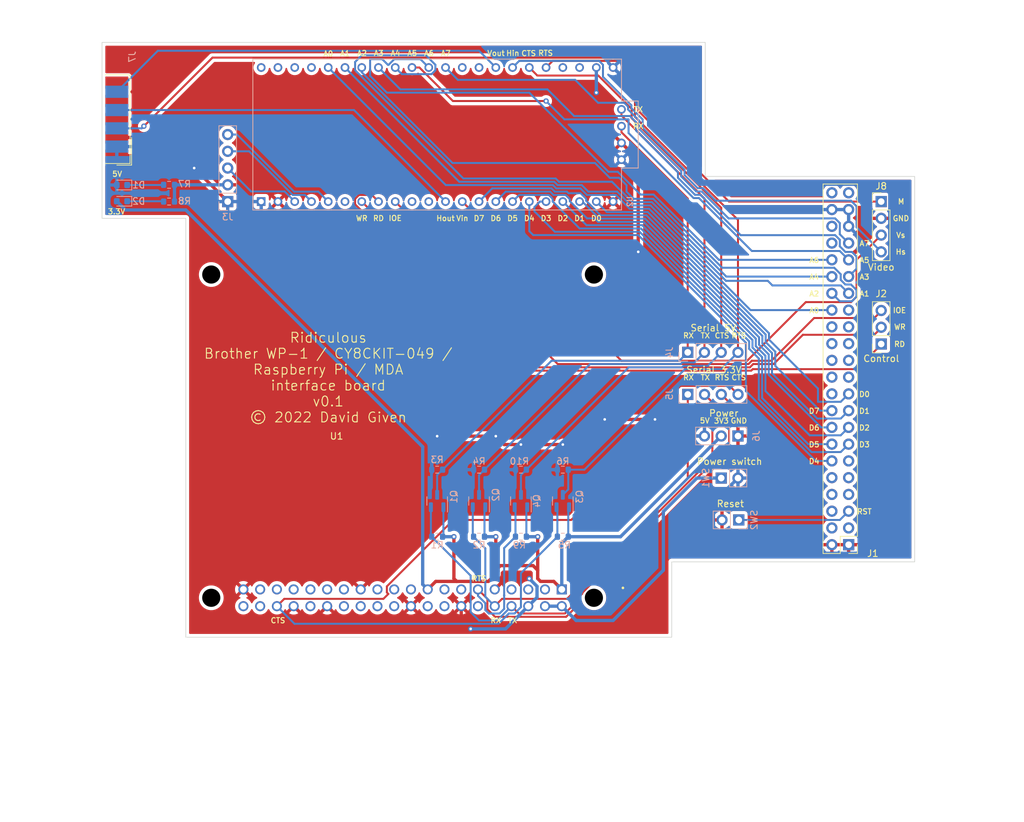
<source format=kicad_pcb>
(kicad_pcb (version 20211014) (generator pcbnew)
  (layers (0 "F.Cu" signal) (31 "B.Cu" signal) (34 "B.Paste" user) (35 "F.Paste" user) (36 "B.SilkS" user "B.Silkscreen") (37 "F.SilkS" user "F.Silkscreen") (38 "B.Mask" user) (39 "F.Mask" user) (44 "Edge.Cuts" user))
  (net 0 "")
  (net 20 "/Vin")
  (net 25 "/Hin")
  (net 26 "/Vout")
  (net 37 "Net-(J3-Pad3)")
  (net 38 "Net-(J3-Pad4)")
  (net 39 "Net-(J3-Pad5)")
  (net 40 "/TXlo")
  (net 41 "/RXhi")
  (net 42 "/RXlo")
  (net 43 "/TXhi")
  (net 46 "GND")
  (net 47 "+5V")
  (net 70 "/d4")
  (net 71 "/d3")
  (net 72 "/d5")
  (net 73 "/d2")
  (net 74 "/d6")
  (net 75 "/d1")
  (net 76 "/d7")
  (net 77 "/d0")
  (net 78 "/{slash}RD")
  (net 79 "/{slash}WR")
  (net 80 "/{slash}IOE")
  (net 81 "/a0")
  (net 82 "/a1")
  (net 83 "/a2")
  (net 84 "/a3")
  (net 85 "/a4")
  (net 86 "/a5")
  (net 87 "/a6")
  (net 88 "/a7")
  (net 89 "/{slash}RST")
  (net 90 "+3V3")
  (net 91 "/RpiPower")
  (net 95 "/M")
  (net 96 "/Hout")
  (net 97 "/RTSlo")
  (net 98 "/CTShi")
  (net 99 "Net-(D1-Pad1)")
  (net 100 "Net-(D2-Pad1)")
  (net 101 "/CTSlo")
  (net 102 "Net-(J4-Pad4)")
  (footprint "Connector_PinHeader_2.54mm:PinHeader_2x22_P2.54mm_Vertical" (layer "F.Cu") (at 179.213602 107.890868 180)
    (fp_text reference "J1")
    (fp_text value "Motherboard")
  )
  (footprint "Connector_PinSocket_2.54mm:PinSocket_1x03_P2.54mm_Vertical" (layer "F.Cu") (at 184.15 77.47 180)
    (fp_text reference "J2")
    (fp_text value "Control")
  )
  (footprint "Connector_Dsub:DSUB-9_Female_EdgeMount_P2.77mm" (layer "F.Cu") (at 68.284609 43.392215 -90)
    (fp_text reference "J7")
    (fp_text value "DB9_Female")
  )
  (footprint "Connector_PinHeader_2.54mm:PinHeader_1x04_P2.54mm_Vertical" (layer "F.Cu") (at 184.15 55.88)
    (fp_text reference "J8")
    (fp_text value "Video")
  )
  (footprint "brotheradapter:MODULE_RASPBERRY_PI_3_MODEL_B+" (layer "F.Cu") (at 101.6 91.44 180)
    (fp_text reference "U1")
    (fp_text value "RASPBERRY_PI_3_MODEL_B+")
  )
  (footprint "Package_TO_SOT_SMD:SOT-23" (layer "B.Cu") (at 135.89 101.2675 90)
    (fp_text reference "Q3")
    (fp_text value "2N7002E")
  )
  (footprint "Connector_PinSocket_2.54mm:PinSocket_1x04_P2.54mm_Vertical" (layer "B.Cu") (at 154.82 78.74 -90)
    (fp_text reference "J4")
    (fp_text value "Serial 5V")
  )
  (footprint "Resistor_SMD:R_0603_1608Metric" (layer "B.Cu") (at 135.89 96.52)
    (fp_text reference "R6")
    (fp_text value "4K7")
  )
  (footprint "Resistor_SMD:R_0603_1608Metric" (layer "B.Cu") (at 116.84 96.52)
    (fp_text reference "R3")
    (fp_text value "4K7")
  )
  (footprint "Resistor_SMD:R_0603_1608Metric" (layer "B.Cu") (at 116.84 106.68 180)
    (fp_text reference "R1")
    (fp_text value "4K7")
  )
  (footprint "Resistor_SMD:R_0603_1608Metric" (layer "B.Cu") (at 76.2 53.34)
    (fp_text reference "R7")
    (fp_text value "550R")
  )
  (footprint "LED_SMD:LED_0603_1608Metric" (layer "B.Cu") (at 69.0625 53.37 180)
    (fp_text reference "D1")
    (fp_text value "LED")
  )
  (footprint "Connector_PinSocket_2.54mm:PinSocket_1x03_P2.54mm_Vertical" (layer "B.Cu") (at 162.44 91.415 90)
    (fp_text reference "J6")
    (fp_text value "Power")
  )
  (footprint "Resistor_SMD:R_0603_1608Metric" (layer "B.Cu") (at 135.89 106.68 180)
    (fp_text reference "R5")
    (fp_text value "4K7")
  )
  (footprint "LED_SMD:LED_0603_1608Metric" (layer "B.Cu") (at 69.0625 55.83 180)
    (fp_text reference "D2")
    (fp_text value "LED")
  )
  (footprint "Resistor_SMD:R_0603_1608Metric" (layer "B.Cu") (at 76.2 55.88 180)
    (fp_text reference "R8")
    (fp_text value "220R")
  )
  (footprint "Connector_PinHeader_2.54mm:PinHeader_1x05_P2.54mm_Vertical" (layer "B.Cu") (at 85.09 55.88)
    (fp_text reference "J3")
    (fp_text value "Debug")
  )
  (footprint "Resistor_SMD:R_0603_1608Metric" (layer "B.Cu") (at 129.54 106.68 180)
    (fp_text reference "R9")
    (fp_text value "4K7")
  )
  (footprint "Resistor_SMD:R_0603_1608Metric" (layer "B.Cu") (at 129.54 96.52)
    (fp_text reference "R10")
    (fp_text value "4K7")
  )
  (footprint "Connector_PinSocket_2.54mm:PinSocket_1x04_P2.54mm_Vertical" (layer "B.Cu") (at 154.83 85.115 -90)
    (fp_text reference "J5")
    (fp_text value "Serial 3.3V")
  )
  (footprint "Package_TO_SOT_SMD:SOT-23" (layer "B.Cu") (at 116.84 101.2675 90)
    (fp_text reference "Q1")
    (fp_text value "2N7002E")
  )
  (footprint "brotheradapter:CY8CKIT-049-42XX" (layer "B.Cu") (at 123.19 45.72 90)
    (fp_text reference "U2")
    (fp_text value "CY8CKIT-049-42XX")
  )
  (footprint "Package_TO_SOT_SMD:SOT-23" (layer "B.Cu") (at 129.54 101.2675 90)
    (fp_text reference "Q4")
    (fp_text value "2N7002E")
  )
  (footprint "Package_TO_SOT_SMD:SOT-23" (layer "B.Cu") (at 123.19 101.2675 90)
    (fp_text reference "Q2")
    (fp_text value "2N7002E")
  )
  (footprint "Connector_PinHeader_2.54mm:PinHeader_1x02_P2.54mm_Vertical" (layer "B.Cu") (at 162.56 104.14 90)
    (fp_text reference "SW2")
    (fp_text value "Reset")
  )
  (footprint "Resistor_SMD:R_0603_1608Metric" (layer "B.Cu") (at 123.19 96.52)
    (fp_text reference "R4")
    (fp_text value "4K7")
  )
  (footprint "Connector_PinHeader_2.54mm:PinHeader_1x02_P2.54mm_Vertical" (layer "B.Cu") (at 159.9 97.79 -90)
    (fp_text reference "SW1")
    (fp_text value "Power switch")
  )
  (footprint "Resistor_SMD:R_0603_1608Metric" (layer "B.Cu") (at 123.19 106.68 180)
    (fp_text reference "R2")
    (fp_text value "4K7")
  )
  (gr_poly (pts (xy 157.48 52.07) (xy 189.23 52.07) (xy 189.23 110.49) (xy 152.4 110.49) (xy 152.4 121.92) (xy 78.74 121.92) (xy 78.74 58.42) (xy 66.04 58.42) (xy 66.04 31.75) (xy 157.48 31.75)) (layer "Edge.Cuts") (width 0.1) (fill none))
  (gr_text "RX" (at 125.73 119.38) (layer "F.SilkS") (effects (font (size 0.8 0.8))))
  (gr_text "D5" (at 128.27 58.42) (layer "F.SilkS") (effects (font (size 0.8 0.8))))
  (gr_text "5V" (at 68.339699 51.700886) (layer "F.SilkS") (effects (font (size 0.8 0.8))))
  (gr_text "IOE\n" (at 110.483091 58.402674) (layer "F.SilkS") (effects (font (size 0.8 0.8))))
  (gr_text "A7" (at 118.145023 33.396893) (layer "F.SilkS") (effects (font (size 0.8 0.8))))
  (gr_text "CTS" (at 160.02 76.2) (layer "F.SilkS") (effects (font (size 0.8 0.8))))
  (gr_text "A0" (at 173.99 72.39) (layer "F.SilkS") (effects (font (size 0.8 0.8))))
  (gr_text "TX" (at 147.32 41.91) (layer "F.SilkS") (effects (font (size 0.8 0.8))))
  (gr_text "D3" (at 133.35 58.42) (layer "F.SilkS") (effects (font (size 0.8 0.8))))
  (gr_text "D5" (at 173.99 92.71) (layer "F.SilkS") (effects (font (size 0.8 0.8))))
  (gr_text "RX" (at 154.94 82.55) (layer "F.SilkS") (effects (font (size 0.8 0.8))))
  (gr_text "TX" (at 128.27 119.38) (layer "F.SilkS") (effects (font (size 0.8 0.8))))
  (gr_text "3V3\n" (at 159.922711 89.118898) (layer "F.SilkS") (effects (font (size 0.8 0.8))))
  (gr_text "A4" (at 110.525023 33.396893) (layer "F.SilkS") (effects (font (size 0.8 0.8))))
  (gr_text "RD" (at 186.938085 77.497636) (layer "F.SilkS") (effects (font (size 0.8 0.8))))
  (gr_text "D4" (at 173.99 95.25) (layer "F.SilkS") (effects (font (size 0.8 0.8))))
  (gr_text "GND" (at 187.141695 58.431065) (layer "F.SilkS") (effects (font (size 0.8 0.8))))
  (gr_text "D1" (at 181.61 87.63) (layer "F.SilkS") (effects (font (size 0.8 0.8))))
  (gr_text "A5" (at 181.61 64.77) (layer "F.SilkS") (effects (font (size 0.8 0.8))))
  (gr_text "A2" (at 173.99 69.85) (layer "F.SilkS") (effects (font (size 0.8 0.8))))
  (gr_text "D3" (at 181.61 92.71) (layer "F.SilkS") (effects (font (size 0.8 0.8))))
  (gr_text "D7" (at 123.19 58.42) (layer "F.SilkS") (effects (font (size 0.8 0.8))))
  (gr_text "RX" (at 147.32 44.45) (layer "F.SilkS") (effects (font (size 0.8 0.8))))
  (gr_text "A1" (at 102.872727 33.428414) (layer "F.SilkS") (effects (font (size 0.8 0.8))))
  (gr_text "D0" (at 181.61 85.09) (layer "F.SilkS") (effects (font (size 0.8 0.8))))
  (gr_text "A6" (at 115.605023 33.396893) (layer "F.SilkS") (effects (font (size 0.8 0.8))))
  (gr_text "A0\n" (at 100.329999 33.470443) (layer "F.SilkS") (effects (font (size 0.8 0.8))))
  (gr_text "CTS" (at 130.713297 33.414405) (layer "F.SilkS") (effects (font (size 0.8 0.8))))
  (gr_text "A2\n" (at 105.445023 33.396893) (layer "F.SilkS") (effects (font (size 0.8 0.8))))
  (gr_text "D6" (at 125.73 58.42) (layer "F.SilkS") (effects (font (size 0.8 0.8))))
  (gr_text "RTS" (at 160.02 82.55) (layer "F.SilkS") (effects (font (size 0.8 0.8))))
  (gr_text "D0" (at 140.97 58.42) (layer "F.SilkS") (effects (font (size 0.8 0.8))))
  (gr_text "A6" (at 173.99 64.77) (layer "F.SilkS") (effects (font (size 0.8 0.8))))
  (gr_text "D2" (at 135.89 58.42) (layer "F.SilkS") (effects (font (size 0.8 0.8))))
  (gr_text "A4" (at 173.99 67.31) (layer "F.SilkS") (effects (font (size 0.8 0.8))))
  (gr_text "TX\n" (at 157.48 82.55) (layer "F.SilkS") (effects (font (size 0.8 0.8))))
  (gr_text "IOE" (at 186.923491 72.375406) (layer "F.SilkS") (effects (font (size 0.8 0.8))))
  (gr_text "D7" (at 173.99 87.63) (layer "F.SilkS") (effects (font (size 0.8 0.8))))
  (gr_text "CTS" (at 92.71 119.38) (layer "F.SilkS") (effects (font (size 0.8 0.8))))
  (gr_text "Vout" (at 125.765023 33.396893) (layer "F.SilkS") (effects (font (size 0.8 0.8))))
  (gr_text "D2" (at 181.61 90.17) (layer "F.SilkS") (effects (font (size 0.8 0.8))))
  (gr_text "D1" (at 138.43 58.42) (layer "F.SilkS") (effects (font (size 0.8 0.8))))
  (gr_text "GND" (at 162.573818 89.106737) (layer "F.SilkS") (effects (font (size 0.8 0.8))))
  (gr_text "TX\n" (at 157.48 76.2) (layer "F.SilkS") (effects (font (size 0.8 0.8))))
  (gr_text "A7" (at 181.61 62.23) (layer "F.SilkS") (effects (font (size 0.8 0.8))))
  (gr_text "D4" (at 130.81 58.42) (layer "F.SilkS") (effects (font (size 0.8 0.8))))
  (gr_text "Hout" (at 118.11 58.42) (layer "F.SilkS") (effects (font (size 0.8 0.8))))
  (gr_text "WR" (at 186.981864 74.885445) (layer "F.SilkS") (effects (font (size 0.8 0.8))))
  (gr_text "3.3V" (at 68.234628 57.395755) (layer "F.SilkS") (effects (font (size 0.8 0.8))))
  (gr_text "RTS" (at 133.279952 33.371012) (layer "F.SilkS") (effects (font (size 0.8 0.8))))
  (gr_text "Hin" (at 128.305023 33.396893) (layer "F.SilkS") (effects (font (size 0.8 0.8))))
  (gr_text "5V" (at 157.405376 89.094576) (layer "F.SilkS") (effects (font (size 0.8 0.8))))
  (gr_text "D6" (at 173.99 90.17) (layer "F.SilkS") (effects (font (size 0.8 0.8))))
  (gr_text "Ridiculous\nBrother WP-1 / CY8CKIT-049 /\nRaspberry Pi / MDA\ninterface board\nv0.1\n© 2022 David Given" (at 100.33 82.55) (layer "F.SilkS") (effects (font (size 1.5 1.5))))
  (gr_text "A3" (at 181.61 67.31) (layer "F.SilkS") (effects (font (size 0.8 0.8))))
  (gr_text "RX" (at 154.94 76.2) (layer "F.SilkS") (effects (font (size 0.8 0.8))))
  (gr_text "Hs" (at 187.116478 63.499709) (layer "F.SilkS") (effects (font (size 0.8 0.8))))
  (gr_text "Vin" (at 120.65 58.42) (layer "F.SilkS") (effects (font (size 0.8 0.8))))
  (gr_text "RST" (at 181.61 102.87) (layer "F.SilkS") (effects (font (size 0.8 0.8))))
  (gr_text "Vs" (at 187.116478 60.977996) (layer "F.SilkS") (effects (font (size 0.8 0.8))))
  (gr_text "RTS" (at 123.19 113.03) (layer "F.SilkS") (effects (font (size 0.8 0.8))))
  (gr_text "M" (at 187.166912 55.884135) (layer "F.SilkS") (effects (font (size 0.8 0.8))))
  (gr_text "WR" (at 105.41 58.42) (layer "F.SilkS") (effects (font (size 0.8 0.8))))
  (gr_text "RD" (at 107.95 58.42) (layer "F.SilkS") (effects (font (size 0.8 0.8))))
  (gr_text "CTS" (at 162.56 82.55) (layer "F.SilkS") (effects (font (size 0.8 0.8))))
  (gr_text "A3\n" (at 107.985023 33.396893) (layer "F.SilkS") (effects (font (size 0.8 0.8))))
  (gr_text "A5" (at 113.065023 33.396893) (layer "F.SilkS") (effects (font (size 0.8 0.8))))
  (gr_text "RTS\n" (at 162.56 76.2) (layer "F.SilkS") (effects (font (size 0.8 0.8))))
  (gr_text "A1" (at 181.61 69.85) (layer "F.SilkS") (effects (font (size 0.8 0.8))))
  (segment (start 180.413113 64.696887) (end 180.413113 70.287723) (width 0.3) (layer "F.Cu") (net 20))
  (segment (start 184.15 60.96) (end 180.413113 64.696887) (width 0.3) (layer "F.Cu") (net 20))
  (segment (start 163.83 80.01) (end 144.78 80.01) (width 0.3) (layer "F.Cu") (net 20))
  (segment (start 179.580836 71.12) (end 172.72 71.12) (width 0.3) (layer "F.Cu") (net 20))
  (segment (start 180.413113 70.287723) (end 179.580836 71.12) (width 0.3) (layer "F.Cu") (net 20))
  (segment (start 144.78 80.01) (end 120.65 55.88) (width 0.3) (layer "F.Cu") (net 20))
  (segment (start 172.72 71.12) (end 163.83 80.01) (width 0.3) (layer "F.Cu") (net 20))
  (segment (start 146.283031 41.287435) (end 141.973511 36.977915) (width 0.3) (layer "B.Cu") (net 25))
  (segment (start 157.143032 53.850868) (end 156.827893 53.850867) (width 0.3) (layer "B.Cu") (net 25))
  (segment (start 184.15 63.5) (end 180.413113 59.763113) (width 0.3) (layer "B.Cu") (net 25))
  (segment (start 141.973511 35.144331) (end 141.385669 34.556489) (width 0.3) (layer "B.Cu") (net 25))
  (segment (start 156.827893 53.850867) (end 156.331241 53.850867) (width 0.3) (layer "B.Cu") (net 25))
  (segment (start 154.340489 51.860115) (end 154.340489 51.048325) (width 0.3) (layer "B.Cu") (net 25))
  (segment (start 141.973511 36.977915) (end 141.973511 35.144331) (width 0.3) (layer "B.Cu") (net 25))
  (segment (start 154.340489 51.048325) (end 147.990498 44.698334) (width 0.3) (layer "B.Cu") (net 25))
  (segment (start 180.413113 59.763113) (end 180.413113 56.594013) (width 0.3) (layer "B.Cu") (net 25))
  (segment (start 156.331241 53.850867) (end 154.340489 51.860115) (width 0.3) (layer "B.Cu") (net 25))
  (segment (start 159.042543 55.750379) (end 157.143032 53.850868) (width 0.3) (layer "B.Cu") (net 25))
  (segment (start 147.990498 44.698334) (end 147.990498 43.428321) (width 0.3) (layer "B.Cu") (net 25))
  (segment (start 147.990498 43.428321) (end 146.283031 41.720854) (width 0.3) (layer "B.Cu") (net 25))
  (segment (start 146.283031 41.720854) (end 146.283031 41.287435) (width 0.3) (layer "B.Cu") (net 25))
  (segment (start 180.413113 56.594013) (end 179.569479 55.750379) (width 0.3) (layer "B.Cu") (net 25))
  (segment (start 179.569479 55.750379) (end 159.042543 55.750379) (width 0.3) (layer "B.Cu") (net 25))
  (segment (start 129.273511 34.556489) (end 128.27 35.56) (width 0.3) (layer "B.Cu") (net 25))
  (segment (start 141.385669 34.556489) (end 129.273511 34.556489) (width 0.3) (layer "B.Cu") (net 25))
  (segment (start 123.19 33.02) (end 125.73 35.56) (width 0.3) (layer "B.Cu") (net 26))
  (segment (start 74.501824 33.02) (end 123.19 33.02) (width 0.3) (layer "B.Cu") (net 26))
  (segment (start 68.284609 39.237215) (end 74.501824 33.02) (width 0.3) (layer "B.Cu") (net 26))
  (segment (start 93.709022 54.339022) (end 95.25 55.88) (width 0.3) (layer "B.Cu") (net 37))
  (segment (start 88.629022 54.339022) (end 93.709022 54.339022) (width 0.3) (layer "B.Cu") (net 37))
  (segment (start 85.09 50.8) (end 88.629022 54.339022) (width 0.3) (layer "B.Cu") (net 37))
  (segment (start 85.09 48.26) (end 88.336428 48.26) (width 0.3) (layer "B.Cu") (net 38))
  (segment (start 96.786489 54.876489) (end 97.79 55.88) (width 0.3) (layer "B.Cu") (net 38))
  (segment (start 94.952917 54.876489) (end 96.786489 54.876489) (width 0.3) (layer "B.Cu") (net 38))
  (segment (start 88.336428 48.26) (end 94.952917 54.876489) (width 0.3) (layer "B.Cu") (net 38))
  (segment (start 85.09 45.72) (end 86.502843 45.72) (width 0.3) (layer "B.Cu") (net 39))
  (segment (start 95.159821 54.376978) (end 98.826978 54.376978) (width 0.3) (layer "B.Cu") (net 39))
  (segment (start 86.502843 45.72) (end 95.159821 54.376978) (width 0.3) (layer "B.Cu") (net 39))
  (segment (start 98.826978 54.376978) (end 100.33 55.88) (width 0.3) (layer "B.Cu") (net 39))
  (segment (start 138.325968 114.998064) (end 138.325968 115.110448) (width 0.3) (layer "F.Cu") (net 40))
  (segment (start 158.559511 94.764521) (end 138.325968 114.998064) (width 0.3) (layer "F.Cu") (net 40))
  (segment (start 137.341022 117.170893) (end 136.190404 118.321511) (width 0.3) (layer "F.Cu") (net 40))
  (segment (start 129.221511 118.321511) (end 128.11 117.21) (width 0.3) (layer "F.Cu") (net 40))
  (segment (start 157.37 85.115) (end 158.559511 86.304511) (width 0.3) (layer "F.Cu") (net 40))
  (segment (start 158.559511 86.304511) (end 158.559511 94.764521) (width 0.3) (layer "F.Cu") (net 40))
  (segment (start 137.341022 116.095394) (end 137.341022 117.170893) (width 0.3) (layer "F.Cu") (net 40))
  (segment (start 138.325968 115.110448) (end 137.341022 116.095394) (width 0.3) (layer "F.Cu") (net 40))
  (segment (start 136.190404 118.321511) (end 129.221511 118.321511) (width 0.3) (layer "F.Cu") (net 40))
  (segment (start 121.918489 112.583489) (end 121.918489 118.108489) (width 0.3) (layer "B.Cu") (net 40))
  (segment (start 121.918489 118.108489) (end 123.19 119.38) (width 0.3) (layer "B.Cu") (net 40))
  (segment (start 125.94 119.38) (end 128.11 117.21) (width 0.3) (layer "B.Cu") (net 40))
  (segment (start 116.015 106.68) (end 121.918489 112.583489) (width 0.3) (layer "B.Cu") (net 40))
  (segment (start 123.19 119.38) (end 125.94 119.38) (width 0.3) (layer "B.Cu") (net 40))
  (segment (start 115.89 102.205) (end 115.89 106.555) (width 0.3) (layer "B.Cu") (net 40))
  (segment (start 144.78 44.45) (end 144.78 45.374895) (width 0.3) (layer "F.Cu") (net 41))
  (segment (start 144.78 45.374895) (end 154.82 55.414895) (width 0.3) (layer "F.Cu") (net 41))
  (segment (start 154.82 55.414895) (end 154.82 78.74) (width 0.3) (layer "F.Cu") (net 41))
  (segment (start 153.55 80.01) (end 134.175 80.01) (width 0.3) (layer "B.Cu") (net 41))
  (segment (start 116.84 97.345) (end 117.665 96.52) (width 0.3) (layer "B.Cu") (net 41))
  (segment (start 116.84 100.33) (end 116.84 97.345) (width 0.3) (layer "B.Cu") (net 41))
  (segment (start 154.82 78.74) (end 153.55 80.01) (width 0.3) (layer "B.Cu") (net 41))
  (segment (start 134.175 80.01) (end 117.665 96.52) (width 0.3) (layer "B.Cu") (net 41))
  (segment (start 126.681511 116.098489) (end 125.57 117.21) (width 0.3) (layer "F.Cu") (net 42))
  (segment (start 136.519128 116.098489) (end 126.681511 116.098489) (width 0.3) (layer "F.Cu") (net 42))
  (segment (start 154.83 97.787617) (end 136.519128 116.098489) (width 0.3) (layer "F.Cu") (net 42))
  (segment (start 154.83 85.115) (end 154.83 97.787617) (width 0.3) (layer "F.Cu") (net 42))
  (segment (start 122.24 102.205) (end 122.24 106.555) (width 0.3) (layer "B.Cu") (net 42))
  (segment (start 122.365 106.68) (end 124.141511 108.456511) (width 0.3) (layer "B.Cu") (net 42))
  (segment (start 124.141511 115.781511) (end 125.57 117.21) (width 0.3) (layer "B.Cu") (net 42))
  (segment (start 124.141511 108.456511) (end 124.141511 115.781511) (width 0.3) (layer "B.Cu") (net 42))
  (segment (start 144.78 41.91) (end 144.78 42.834895) (width 0.3) (layer "F.Cu") (net 43))
  (segment (start 144.78 42.834895) (end 157.36 55.414895) (width 0.3) (layer "F.Cu") (net 43))
  (segment (start 157.36 55.414895) (end 157.36 78.74) (width 0.3) (layer "F.Cu") (net 43))
  (segment (start 123.19 97.345) (end 124.015 96.52) (width 0.3) (layer "B.Cu") (net 43))
  (segment (start 124.015 96.52) (end 140.025489 80.509511) (width 0.3) (layer "B.Cu") (net 43))
  (segment (start 153.756905 80.509511) (end 153.985438 80.280978) (width 0.3) (layer "B.Cu") (net 43))
  (segment (start 155.819022 80.280978) (end 157.36 78.74) (width 0.3) (layer "B.Cu") (net 43))
  (segment (start 140.025489 80.509511) (end 153.756905 80.509511) (width 0.3) (layer "B.Cu") (net 43))
  (segment (start 153.985438 80.280978) (end 155.819022 80.280978) (width 0.3) (layer "B.Cu") (net 43))
  (segment (start 123.19 100.33) (end 123.19 97.345) (width 0.3) (layer "B.Cu") (net 43))
  (segment (start 120.49 119.75) (end 120.49 117.21) (width 0.5) (layer "F.Cu") (net 46))
  (segment (start 140.97 43.18) (end 144.78 46.99) (width 0.5) (layer "F.Cu") (net 46))
  (segment (start 127.21 113.03) (end 130.810002 113.03) (width 0.5) (layer "F.Cu") (net 46))
  (segment (start 140.97 39.37) (end 140.97 43.18) (width 0.5) (layer "F.Cu") (net 46))
  (segment (start 121.92 120.65) (end 121.39 120.65) (width 0.5) (layer "F.Cu") (net 46))
  (segment (start 121.39 120.65) (end 120.49 119.75) (width 0.5) (layer "F.Cu") (net 46))
  (segment (start 125.57 114.67) (end 127.21 113.03) (width 0.5) (layer "F.Cu") (net 46))
  (via (at 140.97 39.37) (size 0.8) (drill 0.4) (layers "F.Cu" "B.Cu") (net 46))
  (via (at 121.92 120.65) (size 0.8) (drill 0.4) (layers "F.Cu" "B.Cu") (net 46))
  (via (at 130.810002 113.03) (size 0.8) (drill 0.4) (layers "F.Cu" "B.Cu") (net 46))
  (segment (start 85.09 53.34) (end 77.025 53.34) (width 0.5) (layer "B.Cu") (net 46))
  (segment (start 140.97 35.56) (end 140.97 39.37) (width 0.5) (layer "B.Cu") (net 46))
  (segment (start 130.65 117.21) (end 131.978489 115.881511) (width 0.5) (layer "B.Cu") (net 46))
  (segment (start 127.21 120.65) (end 121.92 120.65) (width 0.5) (layer "B.Cu") (net 46))
  (segment (start 131.978489 114.198489) (end 130.81 113.03) (width 0.5) (layer "B.Cu") (net 46))
  (segment (start 130.65 117.21) (end 127.21 120.65) (width 0.5) (layer "B.Cu") (net 46))
  (segment (start 77.025 53.34) (end 77.025 55.88) (width 0.5) (layer "B.Cu") (net 46))
  (segment (start 131.978489 115.881511) (end 131.978489 114.198489) (width 0.5) (layer "B.Cu") (net 46))
  (segment (start 125.73 91.44) (end 127 92.71) (width 0.5) (layer "F.Cu") (net 47))
  (segment (start 144.78 49.53) (end 147.32 52.07) (width 0.5) (layer "F.Cu") (net 47))
  (segment (start 147.32 52.07) (end 147.32 63.5) (width 0.5) (layer "F.Cu") (net 47))
  (segment (start 142.24 88.9) (end 138.43 92.71) (width 0.5) (layer "F.Cu") (net 47))
  (segment (start 129.54 92.71) (end 135.890001 92.709999) (width 0.5) (layer "F.Cu") (net 47))
  (segment (start 85.09 55.88) (end 80.01 50.8) (width 0.5) (layer "F.Cu") (net 47))
  (segment (start 149.86 88.9) (end 142.24 88.9) (width 0.5) (layer "F.Cu") (net 47))
  (segment (start 127 92.71) (end 129.54 92.71) (width 0.5) (layer "F.Cu") (net 47))
  (segment (start 138.43 92.71) (end 135.89 92.71) (width 0.5) (layer "F.Cu") (net 47))
  (segment (start 116.84 91.44) (end 125.73 91.44) (width 0.5) (layer "F.Cu") (net 47))
  (via (at 129.54 92.71) (size 0.8) (drill 0.4) (layers "F.Cu" "B.Cu") (net 47))
  (via (at 116.84 91.44) (size 0.8) (drill 0.4) (layers "F.Cu" "B.Cu") (net 47))
  (via (at 142.24 88.9) (size 0.8) (drill 0.4) (layers "F.Cu" "B.Cu") (net 47))
  (via (at 149.86 88.9) (size 0.8) (drill 0.4) (layers "F.Cu" "B.Cu") (net 47))
  (via (at 125.73 91.44) (size 0.8) (drill 0.4) (layers "F.Cu" "B.Cu") (net 47))
  (via (at 135.890001 92.709999) (size 0.8) (drill 0.4) (layers "F.Cu" "B.Cu") (net 47))
  (via (at 80.01 50.8) (size 0.8) (drill 0.4) (layers "F.Cu" "B.Cu") (net 47))
  (via (at 147.32 63.5) (size 0.8) (drill 0.4) (layers "F.Cu" "B.Cu") (net 47))
  (segment (start 116.015 96.52) (end 116.015 92.265) (width 0.5) (layer "B.Cu") (net 47))
  (segment (start 181.61 108.093492) (end 180.513113 109.190379) (width 0.5) (layer "B.Cu") (net 47))
  (segment (start 181.61 70.984909) (end 181.61 108.093492) (width 0.5) (layer "B.Cu") (net 47))
  (segment (start 180.34 60.757266) (end 180.34 60.96) (width 0.5) (layer "B.Cu") (net 47))
  (segment (start 180.513113 109.190379) (end 162.530379 109.190379) (width 0.5) (layer "B.Cu") (net 47))
  (segment (start 128.715 93.535) (end 129.54 92.71) (width 0.5) (layer "B.Cu") (net 47))
  (segment (start 116.015 92.265) (end 116.84 91.44) (width 0.5) (layer "B.Cu") (net 47))
  (segment (start 162.530379 109.190379) (end 158.720489 105.380489) (width 0.5) (layer "B.Cu") (net 47))
  (segment (start 184.090868 53.251357) (end 185.449511 54.61) (width 0.5) (layer "B.Cu") (net 47))
  (segment (start 185.449511 54.61) (end 185.449511 64.038276) (width 0.5) (layer "B.Cu") (net 47))
  (segment (start 158.720489 101.509511) (end 162.44 97.79) (width 0.5) (layer "B.Cu") (net 47))
  (segment (start 135.065 96.52) (end 135.065 93.535) (width 0.5) (layer "B.Cu") (net 47))
  (segment (start 183.418276 66.069511) (end 182.850489 66.069511) (width 0.5) (layer "B.Cu") (net 47))
  (segment (start 122.365 94.805) (end 125.73 91.44) (width 0.5) (layer "B.Cu") (net 47))
  (segment (start 182.850489 63.470489) (end 182.850489 66.069511) (width 0.5) (layer "B.Cu") (net 47))
  (segment (start 156.579567 53.251357) (end 184.090868 53.251357) (width 0.5) (layer "B.Cu") (net 47))
  (segment (start 128.715 96.52) (end 128.715 93.535) (width 0.5) (layer "B.Cu") (net 47))
  (segment (start 157.36 91.415) (end 152.375 91.415) (width 0.5) (layer "B.Cu") (net 47))
  (segment (start 143.51 35.56) (end 154.94 46.99) (width 0.5) (layer "B.Cu") (net 47))
  (segment (start 182.850489 69.74442) (end 181.61 70.984909) (width 0.5) (layer "B.Cu") (net 47))
  (segment (start 154.94 51.61179) (end 156.579567 53.251357) (width 0.5) (layer "B.Cu") (net 47))
  (segment (start 158.720489 105.380489) (end 158.720489 101.509511) (width 0.5) (layer "B.Cu") (net 47))
  (segment (start 180.34 60.96) (end 182.850489 63.470489) (width 0.5) (layer "B.Cu") (net 47))
  (segment (start 182.850489 66.069511) (end 182.850489 69.74442) (width 0.5) (layer "B.Cu") (net 47))
  (segment (start 154.94 46.99) (end 154.94 51.61179) (width 0.5) (layer "B.Cu") (net 47))
  (segment (start 122.365 96.52) (end 122.365 94.805) (width 0.5) (layer "B.Cu") (net 47))
  (segment (start 179.213602 59.630868) (end 180.34 60.757266) (width 0.5) (layer "B.Cu") (net 47))
  (segment (start 152.375 91.415) (end 149.86 88.9) (width 0.5) (layer "B.Cu") (net 47))
  (segment (start 185.449511 64.038276) (end 183.418276 66.069511) (width 0.5) (layer "B.Cu") (net 47))
  (segment (start 135.065 93.535) (end 135.890001 92.709999) (width 0.5) (layer "B.Cu") (net 47))
  (segment (start 131.404032 60.96) (end 147.32 60.96) (width 0.3) (layer "B.Cu") (net 70))
  (segment (start 130.81 55.88) (end 130.81 60.365968) (width 0.3) (layer "B.Cu") (net 70))
  (segment (start 130.81 60.365968) (end 131.404032 60.96) (width 0.3) (layer "B.Cu") (net 70))
  (segment (start 163.639511 84.608146) (end 174.222234 95.190868) (width 0.3) (layer "B.Cu") (net 70))
  (segment (start 174.222234 95.190868) (end 176.673602 95.190868) (width 0.3) (layer "B.Cu") (net 70))
  (segment (start 163.639511 77.279511) (end 163.639511 84.608146) (width 0.3) (layer "B.Cu") (net 70))
  (segment (start 147.32 60.96) (end 163.639511 77.279511) (width 0.3) (layer "B.Cu") (net 70))
  (segment (start 131.580489 57.356904) (end 134.684074 60.460489) (width 0.3) (layer "B.Cu") (net 71))
  (segment (start 173.588161 93.850379) (end 178.014091 93.850379) (width 0.3) (layer "B.Cu") (net 71))
  (segment (start 178.014091 93.850379) (end 179.213602 92.650868) (width 0.3) (layer "B.Cu") (net 71))
  (segment (start 147.526905 60.460489) (end 164.139022 77.072607) (width 0.3) (layer "B.Cu") (net 71))
  (segment (start 165.599511 79.668008) (end 165.599511 85.86173) (width 0.3) (layer "B.Cu") (net 71))
  (segment (start 132.425105 55.88) (end 131.580489 56.724616) (width 0.3) (layer "B.Cu") (net 71))
  (segment (start 131.580489 56.724616) (end 131.580489 57.356904) (width 0.3) (layer "B.Cu") (net 71))
  (segment (start 134.684074 60.460489) (end 147.526905 60.460489) (width 0.3) (layer "B.Cu") (net 71))
  (segment (start 164.139022 78.207519) (end 165.599511 79.668008) (width 0.3) (layer "B.Cu") (net 71))
  (segment (start 133.35 55.88) (end 132.425105 55.88) (width 0.3) (layer "B.Cu") (net 71))
  (segment (start 165.599511 85.86173) (end 173.588161 93.850379) (width 0.3) (layer "B.Cu") (net 71))
  (segment (start 164.139022 77.072607) (end 164.139022 78.207519) (width 0.3) (layer "B.Cu") (net 71))
  (segment (start 166.099022 85.654825) (end 166.099022 79.461102) (width 0.3) (layer "B.Cu") (net 72))
  (segment (start 164.638533 76.865702) (end 147.733809 59.960978) (width 0.3) (layer "B.Cu") (net 72))
  (segment (start 147.733809 59.960978) (end 138.44 59.960978) (width 0.3) (layer "B.Cu") (net 72))
  (segment (start 138.44 59.960978) (end 134.353511 55.874489) (width 0.3) (layer "B.Cu") (net 72))
  (segment (start 164.638533 78.000613) (end 164.638533 76.865702) (width 0.3) (layer "B.Cu") (net 72))
  (segment (start 176.673602 92.650868) (end 173.095065 92.650868) (width 0.3) (layer "B.Cu") (net 72))
  (segment (start 173.095065 92.650868) (end 166.099022 85.654825) (width 0.3) (layer "B.Cu") (net 72))
  (segment (start 166.099022 79.461102) (end 164.638533 78.000613) (width 0.3) (layer "B.Cu") (net 72))
  (segment (start 133.765669 54.876489) (end 129.273511 54.876489) (width 0.3) (layer "B.Cu") (net 72))
  (segment (start 129.273511 54.876489) (end 128.27 55.88) (width 0.3) (layer "B.Cu") (net 72))
  (segment (start 134.353511 55.464331) (end 133.765669 54.876489) (width 0.3) (layer "B.Cu") (net 72))
  (segment (start 134.353511 55.874489) (end 134.353511 55.464331) (width 0.3) (layer "B.Cu") (net 72))
  (segment (start 166.598533 84.594899) (end 173.314013 91.310379) (width 0.3) (layer "B.Cu") (net 73))
  (segment (start 178.014091 91.310379) (end 179.213602 90.110868) (width 0.3) (layer "B.Cu") (net 73))
  (segment (start 166.598533 79.254198) (end 166.598533 84.594899) (width 0.3) (layer "B.Cu") (net 73))
  (segment (start 173.314013 91.310379) (end 178.014091 91.310379) (width 0.3) (layer "B.Cu") (net 73))
  (segment (start 135.89 55.88) (end 139.471467 59.461467) (width 0.3) (layer "B.Cu") (net 73))
  (segment (start 139.471467 59.461467) (end 147.940714 59.461467) (width 0.3) (layer "B.Cu") (net 73))
  (segment (start 165.138044 76.658798) (end 165.138044 77.793708) (width 0.3) (layer "B.Cu") (net 73))
  (segment (start 147.940714 59.461467) (end 165.138044 76.658798) (width 0.3) (layer "B.Cu") (net 73))
  (segment (start 165.138044 77.793708) (end 166.598533 79.254198) (width 0.3) (layer "B.Cu") (net 73))
  (segment (start 133.972583 54.376978) (end 127.233022 54.376978) (width 0.3) (layer "B.Cu") (net 74))
  (segment (start 127.233022 54.376978) (end 125.73 55.88) (width 0.3) (layer "B.Cu") (net 74))
  (segment (start 141.219945 58.961956) (end 140.677988 58.42) (width 0.3) (layer "B.Cu") (net 74))
  (segment (start 139.55082 58.42) (end 136.953096 55.822276) (width 0.3) (layer "B.Cu") (net 74))
  (segment (start 136.953096 55.523916) (end 136.305669 54.876489) (width 0.3) (layer "B.Cu") (net 74))
  (segment (start 134.472094 54.876489) (end 133.972583 54.376978) (width 0.3) (layer "B.Cu") (net 74))
  (segment (start 140.677988 58.42) (end 139.55082 58.42) (width 0.3) (layer "B.Cu") (net 74))
  (segment (start 148.147618 58.961956) (end 141.219945 58.961956) (width 0.3) (layer "B.Cu") (net 74))
  (segment (start 167.098044 82.150875) (end 167.098043 79.047291) (width 0.3) (layer "B.Cu") (net 74))
  (segment (start 176.673602 90.110868) (end 175.058037 90.110868) (width 0.3) (layer "B.Cu") (net 74))
  (segment (start 136.953096 55.822276) (end 136.953096 55.523916) (width 0.3) (layer "B.Cu") (net 74))
  (segment (start 167.098043 79.047291) (end 165.637555 77.586803) (width 0.3) (layer "B.Cu") (net 74))
  (segment (start 165.637555 77.586803) (end 165.637555 76.451893) (width 0.3) (layer "B.Cu") (net 74))
  (segment (start 136.305669 54.876489) (end 134.472094 54.876489) (width 0.3) (layer "B.Cu") (net 74))
  (segment (start 165.637555 76.451893) (end 148.147618 58.961956) (width 0.3) (layer "B.Cu") (net 74))
  (segment (start 175.058037 90.110868) (end 167.098044 82.150875) (width 0.3) (layer "B.Cu") (net 74))
  (segment (start 138.844405 55.88) (end 141.42685 58.462445) (width 0.3) (layer "B.Cu") (net 75))
  (segment (start 167.597555 81.908585) (end 174.459349 88.770379) (width 0.3) (layer "B.Cu") (net 75))
  (segment (start 178.014091 88.770379) (end 179.213602 87.570868) (width 0.3) (layer "B.Cu") (net 75))
  (segment (start 166.137066 77.379898) (end 167.597554 78.840387) (width 0.3) (layer "B.Cu") (net 75))
  (segment (start 166.137066 76.244989) (end 166.137066 77.379898) (width 0.3) (layer "B.Cu") (net 75))
  (segment (start 148.354523 58.462445) (end 166.137066 76.244989) (width 0.3) (layer "B.Cu") (net 75))
  (segment (start 141.42685 58.462445) (end 148.354523 58.462445) (width 0.3) (layer "B.Cu") (net 75))
  (segment (start 167.597554 78.840387) (end 167.597555 81.908585) (width 0.3) (layer "B.Cu") (net 75))
  (segment (start 174.459349 88.770379) (end 178.014091 88.770379) (width 0.3) (layer "B.Cu") (net 75))
  (segment (start 166.636577 77.172993) (end 166.636577 76.038084) (width 0.3) (layer "B.Cu") (net 76))
  (segment (start 138.43 54.61) (end 136.745596 54.61) (width 0.3) (layer "B.Cu") (net 76))
  (segment (start 125.192542 53.877458) (end 123.19 55.88) (width 0.3) (layer "B.Cu") (net 76))
  (segment (start 134.179479 53.877458) (end 125.192542 53.877458) (width 0.3) (layer "B.Cu") (net 76))
  (segment (start 141.633754 57.962934) (end 139.433511 55.762691) (width 0.3) (layer "B.Cu") (net 76))
  (segment (start 139.433511 55.464331) (end 138.57918 54.61) (width 0.3) (layer "B.Cu") (net 76))
  (segment (start 168.097066 80.790136) (end 168.097065 78.633481) (width 0.3) (layer "B.Cu") (net 76))
  (segment (start 139.433511 55.762691) (end 139.433511 55.464331) (width 0.3) (layer "B.Cu") (net 76))
  (segment (start 134.678999 54.376978) (end 134.179479 53.877458) (width 0.3) (layer "B.Cu") (net 76))
  (segment (start 168.097065 78.633481) (end 166.636577 77.172993) (width 0.3) (layer "B.Cu") (net 76))
  (segment (start 166.636577 76.038084) (end 148.561427 57.962934) (width 0.3) (layer "B.Cu") (net 76))
  (segment (start 136.745596 54.61) (end 136.512573 54.376978) (width 0.3) (layer "B.Cu") (net 76))
  (segment (start 176.673602 87.570868) (end 174.877798 87.570868) (width 0.3) (layer "B.Cu") (net 76))
  (segment (start 136.512573 54.376978) (end 134.678999 54.376978) (width 0.3) (layer "B.Cu") (net 76))
  (segment (start 174.877798 87.570868) (end 168.097066 80.790136) (width 0.3) (layer "B.Cu") (net 76))
  (segment (start 148.561427 57.962934) (end 141.633754 57.962934) (width 0.3) (layer "B.Cu") (net 76))
  (segment (start 148.768332 57.463423) (end 167.136088 75.83118) (width 0.3) (layer "B.Cu") (net 77))
  (segment (start 174.566795 86.230379) (end 178.014091 86.230379) (width 0.3) (layer "B.Cu") (net 77))
  (segment (start 167.136088 75.83118) (end 167.136088 76.794813) (width 0.3) (layer "B.Cu") (net 77))
  (segment (start 178.014091 86.230379) (end 179.213602 85.030868) (width 0.3) (layer "B.Cu") (net 77))
  (segment (start 142.553423 57.463423) (end 148.768332 57.463423) (width 0.3) (layer "B.Cu") (net 77))
  (segment (start 167.136088 76.794813) (end 174.566795 84.22552) (width 0.3) (layer "B.Cu") (net 77))
  (segment (start 174.566795 84.22552) (end 174.566795 86.230379) (width 0.3) (layer "B.Cu") (net 77))
  (segment (start 140.97 55.88) (end 142.553423 57.463423) (width 0.3) (layer "B.Cu") (net 77))
  (segment (start 129.619353 81.508533) (end 104.406489 56.295669) (width 0.3) (layer "F.Cu") (net 78))
  (segment (start 164.450711 81.508533) (end 129.619353 81.508533) (width 0.3) (layer "F.Cu") (net 78))
  (segment (start 180.431134 81.28) (end 164.679245 81.28) (width 0.3) (layer "F.Cu") (net 78))
  (segment (start 104.994331 54.876489) (end 106.946489 54.876489) (width 0.3) (layer "F.Cu") (net 78))
  (segment (start 164.679245 81.28) (end 164.450711 81.508533) (width 0.3) (layer "F.Cu") (net 78))
  (segment (start 104.406489 55.464331) (end 104.994331 54.876489) (width 0.3) (layer "F.Cu") (net 78))
  (segment (start 106.946489 54.876489) (end 107.95 55.88) (width 0.3) (layer "F.Cu") (net 78))
  (segment (start 104.406489 56.295669) (end 104.406489 55.464331) (width 0.3) (layer "F.Cu") (net 78))
  (segment (start 183.949708 77.761426) (end 180.431134 81.28) (width 0.3) (layer "F.Cu") (net 78))
  (segment (start 164.243808 81.009022) (end 130.539022 81.009022) (width 0.3) (layer "F.Cu") (net 79))
  (segment (start 130.539022 81.009022) (end 105.41 55.88) (width 0.3) (layer "F.Cu") (net 79))
  (segment (start 164.74332 80.509511) (end 164.243808 81.009022) (width 0.3) (layer "F.Cu") (net 79))
  (segment (start 183.099708 76.071426) (end 172.28499 76.071426) (width 0.3) (layer "F.Cu") (net 79))
  (segment (start 183.949708 75.221426) (end 183.099708 76.071426) (width 0.3) (layer "F.Cu") (net 79))
  (segment (start 167.846905 80.509511) (end 164.74332 80.509511) (width 0.3) (layer "F.Cu") (net 79))
  (segment (start 172.28499 76.071426) (end 167.846905 80.509511) (width 0.3) (layer "F.Cu") (net 79))
  (segment (start 167.499022 80.01) (end 164.536415 80.01) (width 0.3) (layer "F.Cu") (net 80))
  (segment (start 173.977596 73.531426) (end 167.499022 80.01) (width 0.3) (layer "F.Cu") (net 80))
  (segment (start 183.099708 73.531426) (end 173.977596 73.531426) (width 0.3) (layer "F.Cu") (net 80))
  (segment (start 164.036904 80.509511) (end 135.119511 80.509511) (width 0.3) (layer "F.Cu") (net 80))
  (segment (start 135.119511 80.509511) (end 110.49 55.88) (width 0.3) (layer "F.Cu") (net 80))
  (segment (start 164.536415 80.01) (end 164.036904 80.509511) (width 0.3) (layer "F.Cu") (net 80))
  (segment (start 183.949708 72.681426) (end 183.099708 73.531426) (width 0.3) (layer "F.Cu") (net 80))
  (segment (start 138.553063 53.877467) (end 139.552085 54.876489) (width 0.3) (layer "B.Cu") (net 81))
  (segment (start 148.975237 56.963912) (end 164.342193 72.330868) (width 0.3) (layer "B.Cu") (net 81))
  (segment (start 146.006744 56.963912) (end 148.975237 56.963912) (width 0.3) (layer "B.Cu") (net 81))
  (segment (start 144.513511 55.464331) (end 144.513511 55.470679) (width 0.3) (layer "B.Cu") (net 81))
  (segment (start 134.885904 53.877467) (end 138.553063 53.877467) (width 0.3) (layer "B.Cu") (net 81))
  (segment (start 164.342193 72.330868) (end 176.673602 72.330868) (width 0.3) (layer "B.Cu") (net 81))
  (segment (start 134.386384 53.377947) (end 134.885904 53.877467) (width 0.3) (layer "B.Cu") (net 81))
  (segment (start 144.513511 55.470679) (end 146.006744 56.963912) (width 0.3) (layer "B.Cu") (net 81))
  (segment (start 143.925669 54.876489) (end 144.513511 55.464331) (width 0.3) (layer "B.Cu") (net 81))
  (segment (start 100.33 35.56) (end 118.147947 53.377947) (width 0.3) (layer "B.Cu") (net 81))
  (segment (start 139.552085 54.876489) (end 143.925669 54.876489) (width 0.3) (layer "B.Cu") (net 81))
  (segment (start 118.147947 53.377947) (end 134.386384 53.377947) (width 0.3) (layer "B.Cu") (net 81))
  (segment (start 102.87 35.56) (end 120.188436 52.878436) (width 0.3) (layer "B.Cu") (net 82))
  (segment (start 135.092809 53.377956) (end 138.759968 53.377956) (width 0.3) (layer "B.Cu") (net 82))
  (segment (start 160.612141 67.894401) (end 166.962139 67.894401) (width 0.3) (layer "B.Cu") (net 82))
  (segment (start 145.013022 55.257427) (end 145.013022 55.263774) (width 0.3) (layer "B.Cu") (net 82))
  (segment (start 146.213649 56.464401) (end 149.182141 56.464401) (width 0.3) (layer "B.Cu") (net 82))
  (segment (start 138.759968 53.377956) (end 139.75899 54.376978) (width 0.3) (layer "B.Cu") (net 82))
  (segment (start 178.014091 68.591357) (end 179.213602 69.790868) (width 0.3) (layer "B.Cu") (net 82))
  (segment (start 120.188436 52.878436) (end 134.593289 52.878436) (width 0.3) (layer "B.Cu") (net 82))
  (segment (start 134.593289 52.878436) (end 135.092809 53.377956) (width 0.3) (layer "B.Cu") (net 82))
  (segment (start 149.182141 56.464401) (end 160.612141 67.894401) (width 0.3) (layer "B.Cu") (net 82))
  (segment (start 145.013022 55.263774) (end 146.213649 56.464401) (width 0.3) (layer "B.Cu") (net 82))
  (segment (start 139.75899 54.376978) (end 144.132575 54.376979) (width 0.3) (layer "B.Cu") (net 82))
  (segment (start 144.132575 54.376979) (end 145.013022 55.257427) (width 0.3) (layer "B.Cu") (net 82))
  (segment (start 166.962139 67.894401) (end 167.659095 68.591357) (width 0.3) (layer "B.Cu") (net 82))
  (segment (start 167.659095 68.591357) (end 178.014091 68.591357) (width 0.3) (layer "B.Cu") (net 82))
  (segment (start 177.029479 65.910379) (end 160.040948 65.910379) (width 0.3) (layer "B.Cu") (net 83))
  (segment (start 177.873113 70.990379) (end 179.710457 70.990379) (width 0.3) (layer "B.Cu") (net 83))
  (segment (start 146.012044 54.843617) (end 145.550489 54.382062) (width 0.3) (layer "B.Cu") (net 83))
  (segment (start 179.710457 70.990379) (end 180.413113 70.287723) (width 0.3) (layer "B.Cu") (net 83))
  (segment (start 146.627458 55.465379) (end 146.012044 54.849965) (width 0.3) (layer "B.Cu") (net 83))
  (segment (start 178.014091 67.747723) (end 178.014091 66.894991) (width 0.3) (layer "B.Cu") (net 83))
  (segment (start 160.040948 65.910379) (end 149.595948 55.465379) (width 0.3) (layer "B.Cu") (net 83))
  (segment (start 149.595948 55.465379) (end 146.627458 55.465379) (width 0.3) (layer "B.Cu") (net 83))
  (segment (start 180.413113 70.287723) (end 180.413113 69.294013) (width 0.3) (layer "B.Cu") (net 83))
  (segment (start 146.012044 54.849965) (end 146.012044 54.843617) (width 0.3) (layer "B.Cu") (net 83))
  (segment (start 145.550489 54.382062) (end 145.550489 53.404074) (width 0.3) (layer "B.Cu") (net 83))
  (segment (start 140.763107 50.029511) (end 119.166747 50.029511) (width 0.3) (layer "B.Cu") (net 83))
  (segment (start 178.716747 68.450379) (end 178.014091 67.747723) (width 0.3) (layer "B.Cu") (net 83))
  (segment (start 105.41 36.272764) (end 105.41 35.56) (width 0.3) (layer "B.Cu") (net 83))
  (segment (start 180.413113 69.294013) (end 179.569479 68.450379) (width 0.3) (layer "B.Cu") (net 83))
  (segment (start 119.166747 50.029511) (end 105.41 36.272764) (width 0.3) (layer "B.Cu") (net 83))
  (segment (start 178.014091 66.894991) (end 177.029479 65.910379) (width 0.3) (layer "B.Cu") (net 83))
  (segment (start 179.569479 68.450379) (end 178.716747 68.450379) (width 0.3) (layer "B.Cu") (net 83))
  (segment (start 144.423308 52.276893) (end 143.010489 52.276893) (width 0.3) (layer "B.Cu") (net 83))
  (segment (start 143.010489 52.276893) (end 140.763107 50.029511) (width 0.3) (layer "B.Cu") (net 83))
  (segment (start 176.673602 69.790868) (end 177.873113 70.990379) (width 0.3) (layer "B.Cu") (net 83))
  (segment (start 145.550489 53.404074) (end 144.423308 52.276893) (width 0.3) (layer "B.Cu") (net 83))
  (segment (start 177.873113 62.663963) (end 178.720507 63.511357) (width 0.3) (layer "B.Cu") (net 84))
  (segment (start 146.991467 43.842134) (end 146.991467 45.112134) (width 0.3) (layer "B.Cu") (net 84))
  (segment (start 146.991467 45.112134) (end 153.341467 51.462134) (width 0.3) (layer "B.Cu") (net 84))
  (segment (start 156.729223 54.849889) (end 162.850691 60.971357) (width 0.3) (layer "B.Cu") (net 84))
  (segment (start 180.413113 64.214013) (end 180.413113 66.051357) (width 0.3) (layer "B.Cu") (net 84))
  (segment (start 179.710457 63.511357) (end 180.413113 64.214013) (width 0.3) (layer "B.Cu") (net 84))
  (segment (start 155.917432 54.849889) (end 156.729223 54.849889) (width 0.3) (layer "B.Cu") (net 84))
  (segment (start 153.341467 51.462134) (end 153.341467 52.273924) (width 0.3) (layer "B.Cu") (net 84))
  (segment (start 137.599927 42.913511) (end 146.062845 42.913511) (width 0.3) (layer "B.Cu") (net 84))
  (segment (start 146.062845 42.913511) (end 146.991467 43.842134) (width 0.3) (layer "B.Cu") (net 84))
  (segment (start 111.260489 38.870489) (end 133.556905 38.870489) (width 0.3) (layer "B.Cu") (net 84))
  (segment (start 162.850691 60.971357) (end 177.170457 60.971357) (width 0.3) (layer "B.Cu") (net 84))
  (segment (start 107.95 35.56) (end 111.260489 38.870489) (width 0.3) (layer "B.Cu") (net 84))
  (segment (start 180.413113 66.051357) (end 179.213602 67.250868) (width 0.3) (layer "B.Cu") (net 84))
  (segment (start 153.341467 52.273924) (end 155.917432 54.849889) (width 0.3) (layer "B.Cu") (net 84))
  (segment (start 178.720507 63.511357) (end 179.710457 63.511357) (width 0.3) (layer "B.Cu") (net 84))
  (segment (start 177.170457 60.971357) (end 177.873113 61.674013) (width 0.3) (layer "B.Cu") (net 84))
  (segment (start 177.873113 61.674013) (end 177.873113 62.663963) (width 0.3) (layer "B.Cu") (net 84))
  (segment (start 133.556905 38.870489) (end 137.599927 42.913511) (width 0.3) (layer "B.Cu") (net 84))
  (segment (start 176.673602 67.250868) (end 160.675024 67.250868) (width 0.3) (layer "B.Cu") (net 85))
  (segment (start 149.389046 55.96489) (end 146.420553 55.96489) (width 0.3) (layer "B.Cu") (net 85))
  (segment (start 120.809745 52.378925) (end 118.95985 50.52903) (width 0.3) (layer "B.Cu") (net 85))
  (segment (start 105.41 33.70994) (end 115.13912 33.70994) (width 0.3) (layer "B.Cu") (net 85))
  (segment (start 104.406489 35.97568) (end 104.406489 34.713451) (width 0.3) (layer "B.Cu") (net 85))
  (segment (start 116.573511 35.144331) (end 116.573511 35.975669) (width 0.3) (layer "B.Cu") (net 85))
  (segment (start 160.675024 67.250868) (end 149.389046 55.96489) (width 0.3) (layer "B.Cu") (net 85))
  (segment (start 145.512533 55.050522) (end 143.340456 52.878445) (width 0.3) (layer "B.Cu") (net 85))
  (segment (start 115.985669 36.563511) (end 111.493511 36.563511) (width 0.3) (layer "B.Cu") (net 85))
  (segment (start 143.340456 52.878445) (end 135.299714 52.878445) (width 0.3) (layer "B.Cu") (net 85))
  (segment (start 134.800193 52.378925) (end 120.809745 52.378925) (width 0.3) (layer "B.Cu") (net 85))
  (segment (start 104.406489 34.713451) (end 105.41 33.70994) (width 0.3) (layer "B.Cu") (net 85))
  (segment (start 118.95985 50.52903) (end 118.959838 50.52903) (width 0.3) (layer "B.Cu") (net 85))
  (segment (start 135.299714 52.878445) (end 134.800193 52.378925) (width 0.3) (layer "B.Cu") (net 85))
  (segment (start 146.420553 55.96489) (end 145.512533 55.05687) (width 0.3) (layer "B.Cu") (net 85))
  (segment (start 145.512533 55.05687) (end 145.512533 55.050522) (width 0.3) (layer "B.Cu") (net 85))
  (segment (start 111.493511 36.563511) (end 110.49 35.56) (width 0.3) (layer "B.Cu") (net 85))
  (segment (start 118.959838 50.52903) (end 104.406489 35.97568) (width 0.3) (layer "B.Cu") (net 85))
  (segment (start 115.13912 33.70994) (end 116.573511 35.144331) (width 0.3) (layer "B.Cu") (net 85))
  (segment (start 116.573511 35.975669) (end 115.985669 36.563511) (width 0.3) (layer "B.Cu") (net 85))
  (segment (start 133.35 40.64) (end 119.23082 40.64) (width 0.3) (layer "F.Cu") (net 86))
  (segment (start 114.15082 35.56) (end 113.03 35.56) (width 0.3) (layer "F.Cu") (net 86))
  (segment (start 119.23082 40.64) (end 114.15082 35.56) (width 0.3) (layer "F.Cu") (net 86))
  (via (at 133.35 40.64) (size 0.8) (drill 0.4) (layers "F.Cu" "B.Cu") (net 86))
  (segment (start 136.123022 43.413022) (end 145.855941 43.413022) (width 0.3) (layer "B.Cu") (net 86))
  (segment (start 155.710528 55.3494) (end 156.522318 55.3494) (width 0.3) (layer "B.Cu") (net 86))
  (segment (start 133.35 40.64) (end 136.123022 43.413022) (width 0.3) (layer "B.Cu") (net 86))
  (segment (start 177.873113 63.370379) (end 179.213602 64.710868) (width 0.3) (layer "B.Cu") (net 86))
  (segment (start 156.522318 55.3494) (end 164.543297 63.370379) (width 0.3) (layer "B.Cu") (net 86))
  (segment (start 164.543297 63.370379) (end 177.873113 63.370379) (width 0.3) (layer "B.Cu") (net 86))
  (segment (start 145.855941 45.494813) (end 155.710528 55.3494) (width 0.3) (layer "B.Cu") (net 86))
  (segment (start 145.855941 43.413022) (end 145.855941 45.494813) (width 0.3) (layer "B.Cu") (net 86))
  (segment (start 106.68 36.83) (end 106.68 34.29) (width 0.3) (layer "B.Cu") (net 87))
  (segment (start 108.513584 34.29) (end 109.367915 35.144331) (width 0.3) (layer "B.Cu") (net 87))
  (segment (start 159.547854 64.710868) (end 149.654253 54.817267) (width 0.3) (layer "B.Cu") (net 87))
  (segment (start 109.22 39.37) (end 106.68 36.83) (width 0.3) (layer "B.Cu") (net 87))
  (segment (start 106.68 34.29) (end 108.513584 34.29) (width 0.3) (layer "B.Cu") (net 87))
  (segment (start 149.654253 54.817267) (end 147.670098 54.817267) (width 0.3) (layer "B.Cu") (net 87))
  (segment (start 142.803596 51.363572) (end 130.810024 39.37) (width 0.3) (layer "B.Cu") (net 87))
  (segment (start 147.670098 54.817267) (end 144.216403 51.363572) (width 0.3) (layer "B.Cu") (net 87))
  (segment (start 144.216403 51.363572) (end 142.803596 51.363572) (width 0.3) (layer "B.Cu") (net 87))
  (segment (start 130.810024 39.37) (end 109.22 39.37) (width 0.3) (layer "B.Cu") (net 87))
  (segment (start 109.486489 35.144331) (end 110.34082 34.29) (width 0.3) (layer "B.Cu") (net 87))
  (segment (start 110.34082 34.29) (end 114.3 34.29) (width 0.3) (layer "B.Cu") (net 87))
  (segment (start 114.3 34.29) (end 115.57 35.56) (width 0.3) (layer "B.Cu") (net 87))
  (segment (start 176.673602 64.710868) (end 159.547854 64.710868) (width 0.3) (layer "B.Cu") (net 87))
  (segment (start 109.367915 35.144331) (end 109.486489 35.144331) (width 0.3) (layer "B.Cu") (net 87))
  (segment (start 119.979511 37.429511) (end 118.11 35.56) (width 0.3) (layer "B.Cu") (net 88))
  (segment (start 177.873113 60.830379) (end 177.873113 59.134013) (width 0.3) (layer "B.Cu") (net 88))
  (segment (start 141.236489 40.906489) (end 137.759511 37.429511) (width 0.3) (layer "B.Cu") (net 88))
  (segment (start 161.017106 58.431357) (end 156.936127 54.350378) (width 0.3) (layer "B.Cu") (net 88))
  (segment (start 153.840978 52.067019) (end 153.840978 51.25523) (width 0.3) (layer "B.Cu") (net 88))
  (segment (start 147.490978 43.63523) (end 145.783511 41.927762) (width 0.3) (layer "B.Cu") (net 88))
  (segment (start 147.490978 44.905229) (end 147.490978 43.63523) (width 0.3) (layer "B.Cu") (net 88))
  (segment (start 179.213602 62.170868) (end 177.873113 60.830379) (width 0.3) (layer "B.Cu") (net 88))
  (segment (start 177.873113 59.134013) (end 177.170457 58.431357) (width 0.3) (layer "B.Cu") (net 88))
  (segment (start 137.759511 37.429511) (end 119.979511 37.429511) (width 0.3) (layer "B.Cu") (net 88))
  (segment (start 145.783511 41.494331) (end 145.195669 40.906489) (width 0.3) (layer "B.Cu") (net 88))
  (segment (start 153.840978 51.25523) (end 147.490978 44.905229) (width 0.3) (layer "B.Cu") (net 88))
  (segment (start 156.936127 54.350378) (end 156.124336 54.350378) (width 0.3) (layer "B.Cu") (net 88))
  (segment (start 155.83173 54.057771) (end 153.840978 52.067019) (width 0.3) (layer "B.Cu") (net 88))
  (segment (start 145.195669 40.906489) (end 141.236489 40.906489) (width 0.3) (layer "B.Cu") (net 88))
  (segment (start 145.783511 41.927762) (end 145.783511 41.494331) (width 0.3) (layer "B.Cu") (net 88))
  (segment (start 177.170457 58.431357) (end 161.017106 58.431357) (width 0.3) (layer "B.Cu") (net 88))
  (segment (start 156.124336 54.350378) (end 155.83173 54.057771) (width 0.3) (layer "B.Cu") (net 88))
  (segment (start 177.88447 104.14) (end 179.213602 102.810868) (width 0.3) (layer "B.Cu") (net 89))
  (segment (start 162.56 104.14) (end 177.88447 104.14) (width 0.3) (layer "B.Cu") (net 89))
  (segment (start 119.38 106.68) (end 119.38 113.03) (width 0.5) (layer "F.Cu") (net 90))
  (segment (start 119.808489 113.458489) (end 124.602001 113.458489) (width 0.5) (layer "F.Cu") (net 90))
  (segment (start 132.08 106.68) (end 132.08 113.03) (width 0.5) (layer "F.Cu") (net 90))
  (segment (start 134.518489 113.458489) (end 135.73 114.67) (width 0.5) (layer "F.Cu") (net 90))
  (segment (start 125.73 111.76) (end 126.429511 111.060489) (width 0.5) (layer "F.Cu") (net 90))
  (segment (start 115.41 114.67) (end 116.621511 113.458489) (width 0.5) (layer "F.Cu") (net 90))
  (segment (start 125.73 112.33049) (end 125.73 106.68) (width 0.5) (layer "F.Cu") (net 90))
  (segment (start 119.38 113.03) (end 119.808489 113.458489) (width 0.5) (layer "F.Cu") (net 90))
  (segment (start 131.380489 111.060489) (end 132.08 111.76) (width 0.5) (layer "F.Cu") (net 90))
  (segment (start 126.429511 111.060489) (end 131.380489 111.060489) (width 0.5) (layer "F.Cu") (net 90))
  (segment (start 116.621511 113.458489) (end 119.808489 113.458489) (width 0.5) (layer "F.Cu") (net 90))
  (segment (start 124.602001 113.458489) (end 125.73 112.33049) (width 0.5) (layer "F.Cu") (net 90))
  (segment (start 132.508489 113.458489) (end 134.518489 113.458489) (width 0.5) (layer "F.Cu") (net 90))
  (segment (start 132.08 113.03) (end 132.508489 113.458489) (width 0.5) (layer "F.Cu") (net 90))
  (via (at 119.38 106.68) (size 0.8) (drill 0.4) (layers "F.Cu" "B.Cu") (net 90))
  (via (at 132.08 106.68) (size 0.8) (drill 0.4) (layers "F.Cu" "B.Cu") (net 90))
  (via (at 125.73 106.68) (size 0.8) (drill 0.4) (layers "F.Cu" "B.Cu") (net 90))
  (segment (start 136.715 106.68) (end 135.73 107.665) (width 0.5) (layer "B.Cu") (net 90))
  (segment (start 117.79 102.205) (end 117.79 106.555) (width 0.3) (layer "B.Cu") (net 90))
  (segment (start 117.665 106.68) (end 119.38 106.68) (width 0.5) (layer "B.Cu") (net 90))
  (segment (start 144.635 106.68) (end 136.715 106.68) (width 0.5) (layer "B.Cu") (net 90))
  (segment (start 159.9 91.415) (end 144.635 106.68) (width 0.5) (layer "B.Cu") (net 90))
  (segment (start 68.275 55.83) (end 69.595 57.15) (width 0.5) (layer "B.Cu") (net 90))
  (segment (start 78.74 57.15) (end 114.648001 93.058001) (width 0.5) (layer "B.Cu") (net 90))
  (segment (start 124.015 106.68) (end 124.015 102.33) (width 0.3) (layer "B.Cu") (net 90))
  (segment (start 69.595 57.15) (end 78.74 57.15) (width 0.5) (layer "B.Cu") (net 90))
  (segment (start 114.648001 93.058001) (end 114.648001 113.908001) (width 0.5) (layer "B.Cu") (net 90))
  (segment (start 135.73 107.665) (end 135.73 114.67) (width 0.5) (layer "B.Cu") (net 90))
  (segment (start 130.365 106.68) (end 130.365 102.33) (width 0.3) (layer "B.Cu") (net 90))
  (segment (start 130.365 106.68) (end 132.08 106.68) (width 0.5) (layer "B.Cu") (net 90))
  (segment (start 136.715 106.68) (end 136.715 102.33) (width 0.3) (layer "B.Cu") (net 90))
  (segment (start 124.015 106.68) (end 125.73 106.68) (width 0.5) (layer "B.Cu") (net 90))
  (segment (start 114.648001 113.908001) (end 115.41 114.67) (width 0.5) (layer "B.Cu") (net 90))
  (segment (start 151.13 102.87) (end 156.21 97.79) (width 0.5) (layer "B.Cu") (net 91))
  (segment (start 135.73 117.21) (end 137.9 119.38) (width 0.5) (layer "B.Cu") (net 91))
  (segment (start 156.21 97.79) (end 159.9 97.79) (width 0.5) (layer "B.Cu") (net 91))
  (segment (start 151.13 111.76) (end 151.13 102.87) (width 0.5) (layer "B.Cu") (net 91))
  (segment (start 133.19 117.21) (end 135.73 117.21) (width 0.5) (layer "B.Cu") (net 91))
  (segment (start 143.51 119.38) (end 151.13 111.76) (width 0.5) (layer "B.Cu") (net 91))
  (segment (start 137.9 119.38) (end 143.51 119.38) (width 0.5) (layer "B.Cu") (net 91))
  (segment (start 147.320009 36.623096) (end 144.753891 34.056978) (width 0.3) (layer "F.Cu") (net 95))
  (segment (start 144.753891 34.056978) (end 82.783022 34.056978) (width 0.3) (layer "F.Cu") (net 95))
  (segment (start 184.15 55.88) (end 161.07784 55.88) (width 0.3) (layer "F.Cu") (net 95))
  (segment (start 82.783022 34.056978) (end 72.39 44.45) (width 0.3) (layer "F.Cu") (net 95))
  (segment (start 161.07784 55.88) (end 147.320009 42.122169) (width 0.3) (layer "F.Cu") (net 95))
  (segment (start 147.320009 42.122169) (end 147.320009 36.623096) (width 0.3) (layer "F.Cu") (net 95))
  (via (at 72.39 44.45) (size 0.8) (drill 0.4) (layers "F.Cu" "B.Cu") (net 95))
  (segment (start 72.062785 44.777215) (end 72.39 44.45) (width 0.3) (layer "B.Cu") (net 95))
  (segment (start 68.284609 44.777215) (end 72.062785 44.777215) (width 0.3) (layer "B.Cu") (net 95))
  (segment (start 104.237215 42.007215) (end 118.11 55.88) (width 0.3) (layer "B.Cu") (net 96))
  (segment (start 68.284609 42.007215) (end 104.237215 42.007215) (width 0.3) (layer "B.Cu") (net 96))
  (segment (start 161.099511 86.304511) (end 161.099511 92.930936) (width 0.3) (layer "F.Cu") (net 97))
  (segment (start 124.458489 117.670404) (end 124.458489 116.098489) (width 0.3) (layer "F.Cu") (net 97))
  (segment (start 159.91 85.115) (end 161.099511 86.304511) (width 0.3) (layer "F.Cu") (net 97))
  (segment (start 138.825479 115.317353) (end 137.840542 116.30229) (width 0.3) (layer "F.Cu") (net 97))
  (segment (start 161.099511 92.930936) (end 138.825479 115.204968) (width 0.3) (layer "F.Cu") (net 97))
  (segment (start 124.458489 116.098489) (end 123.03 114.67) (width 0.3) (layer "F.Cu") (net 97))
  (segment (start 137.840542 116.30229) (end 137.840542 117.377788) (width 0.3) (layer "F.Cu") (net 97))
  (segment (start 136.397308 118.821022) (end 125.609107 118.821022) (width 0.3) (layer "F.Cu") (net 97))
  (segment (start 138.825479 115.204968) (end 138.825479 115.317353) (width 0.3) (layer "F.Cu") (net 97))
  (segment (start 125.609107 118.821022) (end 124.458489 117.670404) (width 0.3) (layer "F.Cu") (net 97))
  (segment (start 137.840542 117.377788) (end 136.397308 118.821022) (width 0.3) (layer "F.Cu") (net 97))
  (segment (start 124.671511 118.321511) (end 124.141511 117.791511) (width 0.3) (layer "B.Cu") (net 97))
  (segment (start 124.141511 116.749596) (end 123.03 115.638085) (width 0.3) (layer "B.Cu") (net 97))
  (segment (start 126.998489 115.571511) (end 126.998489 117.615095) (width 0.3) (layer "B.Cu") (net 97))
  (segment (start 126.998489 108.396511) (end 126.998489 115.568489) (width 0.3) (layer "B.Cu") (net 97))
  (segment (start 127 115.57) (end 126.998489 115.571511) (width 0.3) (layer "B.Cu") (net 97))
  (segment (start 126.292073 118.321511) (end 124.671511 118.321511) (width 0.3) (layer "B.Cu") (net 97))
  (segment (start 126.998489 115.568489) (end 127 115.57) (width 0.3) (layer "B.Cu") (net 97))
  (segment (start 123.03 115.638085) (end 123.03 114.67) (width 0.3) (layer "B.Cu") (net 97))
  (segment (start 128.715 106.68) (end 128.715 102.33) (width 0.3) (layer "B.Cu") (net 97))
  (segment (start 126.998489 117.615095) (end 126.292073 118.321511) (width 0.3) (layer "B.Cu") (net 97))
  (segment (start 124.141511 117.791511) (end 124.141511 116.749596) (width 0.3) (layer "B.Cu") (net 97))
  (segment (start 128.715 106.68) (end 126.998489 108.396511) (width 0.3) (layer "B.Cu") (net 97))
  (segment (start 141.267095 36.775671) (end 132.025671 36.775671) (width 0.3) (layer "F.Cu") (net 98))
  (segment (start 146.320978 41.829554) (end 141.267095 36.775671) (width 0.3) (layer "F.Cu") (net 98))
  (segment (start 159.9 56.821407) (end 146.320978 43.242384) (width 0.3) (layer "F.Cu") (net 98))
  (segment (start 159.9 78.74) (end 159.9 56.821407) (width 0.3) (layer "F.Cu") (net 98))
  (segment (start 146.320978 43.242384) (end 146.320978 41.829554) (width 0.3) (layer "F.Cu") (net 98))
  (segment (start 132.025671 36.775671) (end 130.81 35.56) (width 0.3) (layer "F.Cu") (net 98))
  (segment (start 145.875978 81.009022) (end 130.365 96.52) (width 0.3) (layer "B.Cu") (net 98))
  (segment (start 157.859511 80.780489) (end 154.192343 80.780489) (width 0.3) (layer "B.Cu") (net 98))
  (segment (start 154.192343 80.780489) (end 153.963809 81.009022) (width 0.3) (layer "B.Cu") (net 98))
  (segment (start 129.54 100.33) (end 129.54 97.345) (width 0.3) (layer "B.Cu") (net 98))
  (segment (start 153.963809 81.009022) (end 145.875978 81.009022) (width 0.3) (layer "B.Cu") (net 98))
  (segment (start 159.9 78.74) (end 157.859511 80.780489) (width 0.3) (layer "B.Cu") (net 98))
  (segment (start 129.54 97.345) (end 130.365 96.52) (width 0.3) (layer "B.Cu") (net 98))
  (segment (start 69.85 53.37) (end 75.345 53.37) (width 0.3) (layer "B.Cu") (net 99))
  (segment (start 69.85 55.83) (end 75.325 55.83) (width 0.3) (layer "B.Cu") (net 100))
  (segment (start 109.439042 115.350958) (end 108.691511 116.098489) (width 0.3) (layer "F.Cu") (net 101))
  (segment (start 152.4 85.145978) (end 152.4 88.9) (width 0.3) (layer "F.Cu") (net 101))
  (segment (start 153.725978 83.82) (end 152.4 85.145978) (width 0.3) (layer "F.Cu") (net 101))
  (segment (start 162.45 85.115) (end 161.155 83.82) (width 0.3) (layer "F.Cu") (net 101))
  (segment (start 161.155 83.82) (end 153.725978 83.82) (width 0.3) (layer "F.Cu") (net 101))
  (segment (start 109.218489 115.130404) (end 109.439042 115.350958) (width 0.3) (layer "F.Cu") (net 101))
  (segment (start 109.218489 114.209596) (end 109.218489 115.130404) (width 0.3) (layer "F.Cu") (net 101))
  (segment (start 108.691511 116.098489) (end 93.661511 116.098489) (width 0.3) (layer "F.Cu") (net 101))
  (segment (start 93.661511 116.098489) (end 92.55 117.21) (width 0.3) (layer "F.Cu") (net 101))
  (segment (start 119.288085 104.14) (end 109.218489 114.209596) (width 0.3) (layer "F.Cu") (net 101))
  (segment (start 137.16 104.14) (end 119.288085 104.14) (width 0.3) (layer "F.Cu") (net 101))
  (segment (start 152.4 88.9) (end 137.16 104.14) (width 0.3) (layer "F.Cu") (net 101))
  (segment (start 129.538489 112.206511) (end 129.538489 117.353426) (width 0.3) (layer "B.Cu") (net 101))
  (segment (start 135.065 106.68) (end 129.538489 112.206511) (width 0.3) (layer "B.Cu") (net 101))
  (segment (start 95.219511 119.879511) (end 92.55 117.21) (width 0.3) (layer "B.Cu") (net 101))
  (segment (start 129.538489 117.353426) (end 128.570404 118.321511) (width 0.3) (layer "B.Cu") (net 101))
  (segment (start 126.146916 119.879511) (end 95.219511 119.879511) (width 0.3) (layer "B.Cu") (net 101))
  (segment (start 127.704916 118.321511) (end 126.146916 119.879511) (width 0.3) (layer "B.Cu") (net 101))
  (segment (start 135.065 106.68) (end 135.065 102.33) (width 0.3) (layer "B.Cu") (net 101))
  (segment (start 128.570404 118.321511) (end 127.704916 118.321511) (width 0.3) (layer "B.Cu") (net 101))
  (segment (start 162.44 58.654991) (end 146.820498 43.035489) (width 0.3) (layer "F.Cu") (net 102))
  (segment (start 134.353511 34.556489) (end 133.35 35.56) (width 0.3) (layer "F.Cu") (net 102))
  (segment (start 146.820498 43.035489) (end 146.820498 36.83) (width 0.3) (layer "F.Cu") (net 102))
  (segment (start 144.546987 34.556489) (end 134.353511 34.556489) (width 0.3) (layer "F.Cu") (net 102))
  (segment (start 162.44 78.74) (end 162.44 58.654991) (width 0.3) (layer "F.Cu") (net 102))
  (segment (start 146.820498 36.83) (end 144.546987 34.556489) (width 0.3) (layer "F.Cu") (net 102))
  (segment (start 159.9 81.28) (end 162.44 78.74) (width 0.3) (layer "B.Cu") (net 102))
  (segment (start 135.89 100.33) (end 136.715 99.505) (width 0.3) (layer "B.Cu") (net 102))
  (segment (start 154.399246 81.28) (end 159.9 81.28) (width 0.3) (layer "B.Cu") (net 102))
  (segment (start 136.715 96.52) (end 139.159246 96.52) (width 0.3) (layer "B.Cu") (net 102))
  (segment (start 136.715 99.505) (end 136.715 96.52) (width 0.3) (layer "B.Cu") (net 102))
  (segment (start 139.159246 96.52) (end 154.399246 81.28) (width 0.3) (layer "B.Cu") (net 102))
  (zone (net 46) (net_name "GND") (layer "F.Cu") (connect_pads (clearance 0.5)) (min_thickness 0.254) (fill yes (thermal_gap 0.508) (thermal_bridge_width 0.508))
    (polygon (pts (xy 157.48 52.07) (xy 189.23 52.07) (xy 189.23 110.49) (xy 152.4 110.49) (xy 152.4 121.92) (xy 78.74 121.92) (xy 78.74 58.42) (xy 66.04 58.42) (xy 66.04 31.75) (xy 157.48 31.75)))
  )
  (zone (net 47) (net_name "+5V") (layer "B.Cu") (connect_pads (clearance 0.5)) (min_thickness 0.254) (fill yes (thermal_gap 0.508) (thermal_bridge_width 0.508))
    (polygon (pts (xy 157.48 52.07) (xy 189.23 52.07) (xy 189.23 110.49) (xy 152.4 110.49) (xy 152.4 121.92) (xy 78.74 121.92) (xy 78.74 58.42) (xy 66.04 58.42) (xy 66.04 31.75) (xy 157.48 31.75)))
  )
)
</source>
